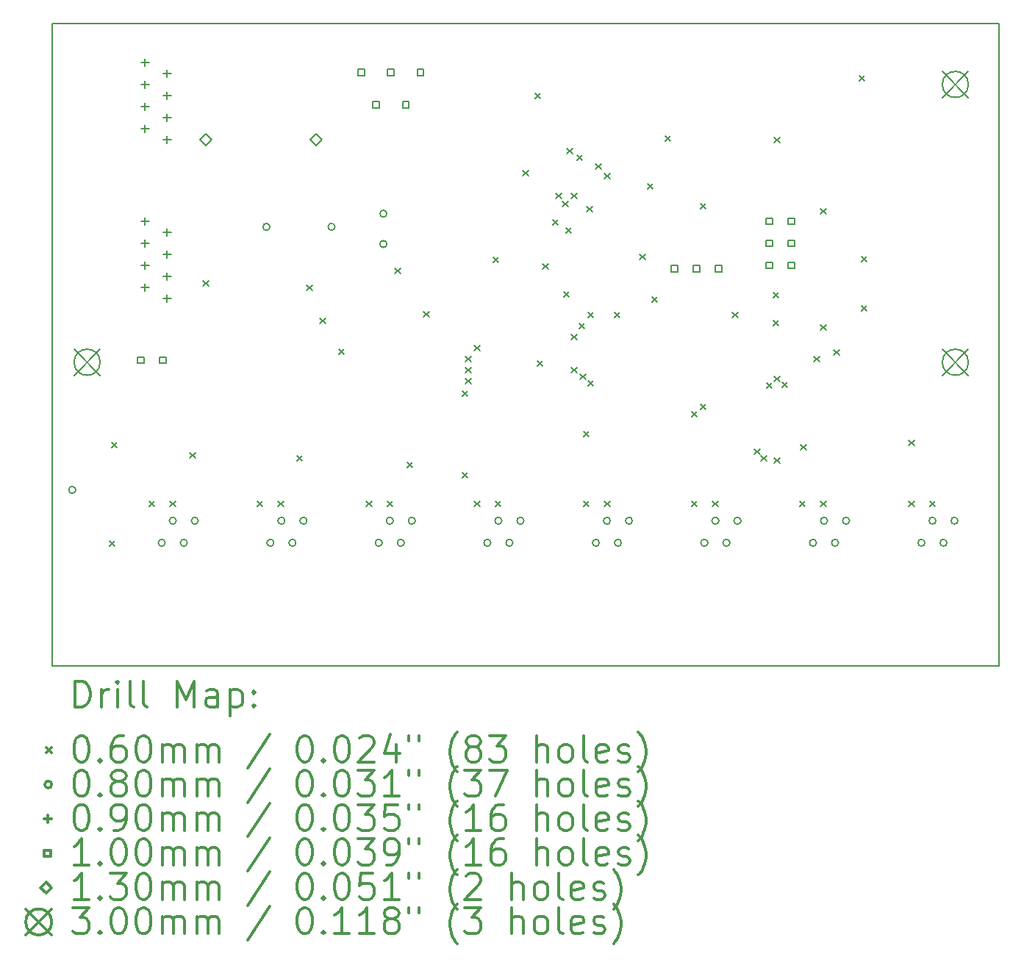
<source format=gbr>
%FSLAX45Y45*%
G04 Gerber Fmt 4.5, Leading zero omitted, Abs format (unit mm)*
G04 Created by KiCad (PCBNEW 4.0.7) date Sat Feb 10 21:48:16 2018*
%MOMM*%
%LPD*%
G01*
G04 APERTURE LIST*
%ADD10C,0.127000*%
%ADD11C,0.150000*%
%ADD12C,0.200000*%
%ADD13C,0.300000*%
G04 APERTURE END LIST*
D10*
D11*
X13400000Y-14000000D02*
X13400000Y-6600000D01*
X2500000Y-6600000D02*
X2500000Y-14000000D01*
X2500000Y-6600000D02*
X13400000Y-6600000D01*
X13300000Y-14000000D02*
X13400000Y-14000000D01*
X2500000Y-14000000D02*
X13300000Y-14000000D01*
D12*
X3157700Y-12555700D02*
X3217700Y-12615700D01*
X3217700Y-12555700D02*
X3157700Y-12615700D01*
X3183100Y-11425400D02*
X3243100Y-11485400D01*
X3243100Y-11425400D02*
X3183100Y-11485400D01*
X3614900Y-12098500D02*
X3674900Y-12158500D01*
X3674900Y-12098500D02*
X3614900Y-12158500D01*
X3856200Y-12098500D02*
X3916200Y-12158500D01*
X3916200Y-12098500D02*
X3856200Y-12158500D01*
X4084800Y-11539700D02*
X4144800Y-11599700D01*
X4144800Y-11539700D02*
X4084800Y-11599700D01*
X4237200Y-9558500D02*
X4297200Y-9618500D01*
X4297200Y-9558500D02*
X4237200Y-9618500D01*
X4859500Y-12098500D02*
X4919500Y-12158500D01*
X4919500Y-12098500D02*
X4859500Y-12158500D01*
X5100800Y-12098500D02*
X5160800Y-12158500D01*
X5160800Y-12098500D02*
X5100800Y-12158500D01*
X5316700Y-11577800D02*
X5376700Y-11637800D01*
X5376700Y-11577800D02*
X5316700Y-11637800D01*
X5431000Y-9609300D02*
X5491000Y-9669300D01*
X5491000Y-9609300D02*
X5431000Y-9669300D01*
X5583400Y-9990300D02*
X5643400Y-10050300D01*
X5643400Y-9990300D02*
X5583400Y-10050300D01*
X5799300Y-10345900D02*
X5859300Y-10405900D01*
X5859300Y-10345900D02*
X5799300Y-10405900D01*
X6116800Y-12098500D02*
X6176800Y-12158500D01*
X6176800Y-12098500D02*
X6116800Y-12158500D01*
X6358100Y-12098500D02*
X6418100Y-12158500D01*
X6418100Y-12098500D02*
X6358100Y-12158500D01*
X6447000Y-9418800D02*
X6507000Y-9478800D01*
X6507000Y-9418800D02*
X6447000Y-9478800D01*
X6586700Y-11654000D02*
X6646700Y-11714000D01*
X6646700Y-11654000D02*
X6586700Y-11714000D01*
X6777200Y-9914100D02*
X6837200Y-9974100D01*
X6837200Y-9914100D02*
X6777200Y-9974100D01*
X7221700Y-10828500D02*
X7281700Y-10888500D01*
X7281700Y-10828500D02*
X7221700Y-10888500D01*
X7221700Y-11768300D02*
X7281700Y-11828300D01*
X7281700Y-11768300D02*
X7221700Y-11828300D01*
X7259800Y-10434800D02*
X7319800Y-10494800D01*
X7319800Y-10434800D02*
X7259800Y-10494800D01*
X7259800Y-10561800D02*
X7319800Y-10621800D01*
X7319800Y-10561800D02*
X7259800Y-10621800D01*
X7259800Y-10688800D02*
X7319800Y-10748800D01*
X7319800Y-10688800D02*
X7259800Y-10748800D01*
X7361400Y-10307800D02*
X7421400Y-10367800D01*
X7421400Y-10307800D02*
X7361400Y-10367800D01*
X7361400Y-12098500D02*
X7421400Y-12158500D01*
X7421400Y-12098500D02*
X7361400Y-12158500D01*
X7577300Y-9291800D02*
X7637300Y-9351800D01*
X7637300Y-9291800D02*
X7577300Y-9351800D01*
X7602700Y-12098500D02*
X7662700Y-12158500D01*
X7662700Y-12098500D02*
X7602700Y-12158500D01*
X7920200Y-8288500D02*
X7980200Y-8348500D01*
X7980200Y-8288500D02*
X7920200Y-8348500D01*
X8059900Y-7399500D02*
X8119900Y-7459500D01*
X8119900Y-7399500D02*
X8059900Y-7459500D01*
X8085300Y-10485600D02*
X8145300Y-10545600D01*
X8145300Y-10485600D02*
X8085300Y-10545600D01*
X8148800Y-9368000D02*
X8208800Y-9428000D01*
X8208800Y-9368000D02*
X8148800Y-9428000D01*
X8263100Y-8860000D02*
X8323100Y-8920000D01*
X8323100Y-8860000D02*
X8263100Y-8920000D01*
X8301200Y-8555200D02*
X8361200Y-8615200D01*
X8361200Y-8555200D02*
X8301200Y-8615200D01*
X8377400Y-8644100D02*
X8437400Y-8704100D01*
X8437400Y-8644100D02*
X8377400Y-8704100D01*
X8390100Y-9685500D02*
X8450100Y-9745500D01*
X8450100Y-9685500D02*
X8390100Y-9745500D01*
X8415500Y-8948900D02*
X8475500Y-9008900D01*
X8475500Y-8948900D02*
X8415500Y-9008900D01*
X8428200Y-8034500D02*
X8488200Y-8094500D01*
X8488200Y-8034500D02*
X8428200Y-8094500D01*
X8479000Y-8555200D02*
X8539000Y-8615200D01*
X8539000Y-8555200D02*
X8479000Y-8615200D01*
X8479000Y-10180800D02*
X8539000Y-10240800D01*
X8539000Y-10180800D02*
X8479000Y-10240800D01*
X8479000Y-10561800D02*
X8539000Y-10621800D01*
X8539000Y-10561800D02*
X8479000Y-10621800D01*
X8542500Y-8110700D02*
X8602500Y-8170700D01*
X8602500Y-8110700D02*
X8542500Y-8170700D01*
X8567900Y-10053800D02*
X8627900Y-10113800D01*
X8627900Y-10053800D02*
X8567900Y-10113800D01*
X8580600Y-10638000D02*
X8640600Y-10698000D01*
X8640600Y-10638000D02*
X8580600Y-10698000D01*
X8618700Y-11298400D02*
X8678700Y-11358400D01*
X8678700Y-11298400D02*
X8618700Y-11358400D01*
X8618700Y-12098500D02*
X8678700Y-12158500D01*
X8678700Y-12098500D02*
X8618700Y-12158500D01*
X8656800Y-8707600D02*
X8716800Y-8767600D01*
X8716800Y-8707600D02*
X8656800Y-8767600D01*
X8669500Y-9926800D02*
X8729500Y-9986800D01*
X8729500Y-9926800D02*
X8669500Y-9986800D01*
X8669500Y-10714200D02*
X8729500Y-10774200D01*
X8729500Y-10714200D02*
X8669500Y-10774200D01*
X8758400Y-8212300D02*
X8818400Y-8272300D01*
X8818400Y-8212300D02*
X8758400Y-8272300D01*
X8860000Y-8326600D02*
X8920000Y-8386600D01*
X8920000Y-8326600D02*
X8860000Y-8386600D01*
X8860000Y-12098500D02*
X8920000Y-12158500D01*
X8920000Y-12098500D02*
X8860000Y-12158500D01*
X8974300Y-9926800D02*
X9034300Y-9986800D01*
X9034300Y-9926800D02*
X8974300Y-9986800D01*
X9266400Y-9259050D02*
X9326400Y-9319050D01*
X9326400Y-9259050D02*
X9266400Y-9319050D01*
X9355300Y-8440900D02*
X9415300Y-8500900D01*
X9415300Y-8440900D02*
X9355300Y-8500900D01*
X9406100Y-9749000D02*
X9466100Y-9809000D01*
X9466100Y-9749000D02*
X9406100Y-9809000D01*
X9558500Y-7894800D02*
X9618500Y-7954800D01*
X9618500Y-7894800D02*
X9558500Y-7954800D01*
X9863300Y-11069800D02*
X9923300Y-11129800D01*
X9923300Y-11069800D02*
X9863300Y-11129800D01*
X9863300Y-12098500D02*
X9923300Y-12158500D01*
X9923300Y-12098500D02*
X9863300Y-12158500D01*
X9964900Y-8669500D02*
X10024900Y-8729500D01*
X10024900Y-8669500D02*
X9964900Y-8729500D01*
X9964900Y-10980900D02*
X10024900Y-11040900D01*
X10024900Y-10980900D02*
X9964900Y-11040900D01*
X10104600Y-12098500D02*
X10164600Y-12158500D01*
X10164600Y-12098500D02*
X10104600Y-12158500D01*
X10333200Y-9926800D02*
X10393200Y-9986800D01*
X10393200Y-9926800D02*
X10333200Y-9986800D01*
X10587200Y-11501600D02*
X10647200Y-11561600D01*
X10647200Y-11501600D02*
X10587200Y-11561600D01*
X10663400Y-11577800D02*
X10723400Y-11637800D01*
X10723400Y-11577800D02*
X10663400Y-11637800D01*
X10726900Y-10739600D02*
X10786900Y-10799600D01*
X10786900Y-10739600D02*
X10726900Y-10799600D01*
X10803100Y-9698200D02*
X10863100Y-9758200D01*
X10863100Y-9698200D02*
X10803100Y-9758200D01*
X10803100Y-10015700D02*
X10863100Y-10075700D01*
X10863100Y-10015700D02*
X10803100Y-10075700D01*
X10815800Y-7907500D02*
X10875800Y-7967500D01*
X10875800Y-7907500D02*
X10815800Y-7967500D01*
X10815800Y-10663400D02*
X10875800Y-10723400D01*
X10875800Y-10663400D02*
X10815800Y-10723400D01*
X10815800Y-11603200D02*
X10875800Y-11663200D01*
X10875800Y-11603200D02*
X10815800Y-11663200D01*
X10904700Y-10726900D02*
X10964700Y-10786900D01*
X10964700Y-10726900D02*
X10904700Y-10786900D01*
X11107900Y-12098500D02*
X11167900Y-12158500D01*
X11167900Y-12098500D02*
X11107900Y-12158500D01*
X11120600Y-11450800D02*
X11180600Y-11510800D01*
X11180600Y-11450800D02*
X11120600Y-11510800D01*
X11273000Y-10434800D02*
X11333000Y-10494800D01*
X11333000Y-10434800D02*
X11273000Y-10494800D01*
X11349200Y-8733000D02*
X11409200Y-8793000D01*
X11409200Y-8733000D02*
X11349200Y-8793000D01*
X11349200Y-10066500D02*
X11409200Y-10126500D01*
X11409200Y-10066500D02*
X11349200Y-10126500D01*
X11349200Y-12098500D02*
X11409200Y-12158500D01*
X11409200Y-12098500D02*
X11349200Y-12158500D01*
X11501600Y-10358600D02*
X11561600Y-10418600D01*
X11561600Y-10358600D02*
X11501600Y-10418600D01*
X11793700Y-7196300D02*
X11853700Y-7256300D01*
X11853700Y-7196300D02*
X11793700Y-7256300D01*
X11819100Y-9279100D02*
X11879100Y-9339100D01*
X11879100Y-9279100D02*
X11819100Y-9339100D01*
X11819100Y-9850600D02*
X11879100Y-9910600D01*
X11879100Y-9850600D02*
X11819100Y-9910600D01*
X12365200Y-11400000D02*
X12425200Y-11460000D01*
X12425200Y-11400000D02*
X12365200Y-11460000D01*
X12365200Y-12098500D02*
X12425200Y-12158500D01*
X12425200Y-12098500D02*
X12365200Y-12158500D01*
X12606500Y-12098500D02*
X12666500Y-12158500D01*
X12666500Y-12098500D02*
X12606500Y-12158500D01*
X2769100Y-11970900D02*
G75*
G03X2769100Y-11970900I-40000J0D01*
G01*
X3799500Y-12580000D02*
G75*
G03X3799500Y-12580000I-40000J0D01*
G01*
X3926500Y-12326000D02*
G75*
G03X3926500Y-12326000I-40000J0D01*
G01*
X4053500Y-12580000D02*
G75*
G03X4053500Y-12580000I-40000J0D01*
G01*
X4180500Y-12326000D02*
G75*
G03X4180500Y-12326000I-40000J0D01*
G01*
X5005000Y-8940800D02*
G75*
G03X5005000Y-8940800I-40000J0D01*
G01*
X5049500Y-12580000D02*
G75*
G03X5049500Y-12580000I-40000J0D01*
G01*
X5176500Y-12326000D02*
G75*
G03X5176500Y-12326000I-40000J0D01*
G01*
X5303500Y-12580000D02*
G75*
G03X5303500Y-12580000I-40000J0D01*
G01*
X5430500Y-12326000D02*
G75*
G03X5430500Y-12326000I-40000J0D01*
G01*
X5755000Y-8940800D02*
G75*
G03X5755000Y-8940800I-40000J0D01*
G01*
X6299500Y-12580000D02*
G75*
G03X6299500Y-12580000I-40000J0D01*
G01*
X6351900Y-8788400D02*
G75*
G03X6351900Y-8788400I-40000J0D01*
G01*
X6351900Y-9138400D02*
G75*
G03X6351900Y-9138400I-40000J0D01*
G01*
X6426500Y-12326000D02*
G75*
G03X6426500Y-12326000I-40000J0D01*
G01*
X6553500Y-12580000D02*
G75*
G03X6553500Y-12580000I-40000J0D01*
G01*
X6680500Y-12326000D02*
G75*
G03X6680500Y-12326000I-40000J0D01*
G01*
X7549500Y-12580000D02*
G75*
G03X7549500Y-12580000I-40000J0D01*
G01*
X7676500Y-12326000D02*
G75*
G03X7676500Y-12326000I-40000J0D01*
G01*
X7803500Y-12580000D02*
G75*
G03X7803500Y-12580000I-40000J0D01*
G01*
X7930500Y-12326000D02*
G75*
G03X7930500Y-12326000I-40000J0D01*
G01*
X8799500Y-12580000D02*
G75*
G03X8799500Y-12580000I-40000J0D01*
G01*
X8926500Y-12326000D02*
G75*
G03X8926500Y-12326000I-40000J0D01*
G01*
X9053500Y-12580000D02*
G75*
G03X9053500Y-12580000I-40000J0D01*
G01*
X9180500Y-12326000D02*
G75*
G03X9180500Y-12326000I-40000J0D01*
G01*
X10049500Y-12580000D02*
G75*
G03X10049500Y-12580000I-40000J0D01*
G01*
X10176500Y-12326000D02*
G75*
G03X10176500Y-12326000I-40000J0D01*
G01*
X10303500Y-12580000D02*
G75*
G03X10303500Y-12580000I-40000J0D01*
G01*
X10430500Y-12326000D02*
G75*
G03X10430500Y-12326000I-40000J0D01*
G01*
X11299500Y-12580000D02*
G75*
G03X11299500Y-12580000I-40000J0D01*
G01*
X11426500Y-12326000D02*
G75*
G03X11426500Y-12326000I-40000J0D01*
G01*
X11553500Y-12580000D02*
G75*
G03X11553500Y-12580000I-40000J0D01*
G01*
X11680500Y-12326000D02*
G75*
G03X11680500Y-12326000I-40000J0D01*
G01*
X12549500Y-12580000D02*
G75*
G03X12549500Y-12580000I-40000J0D01*
G01*
X12676500Y-12326000D02*
G75*
G03X12676500Y-12326000I-40000J0D01*
G01*
X12803500Y-12580000D02*
G75*
G03X12803500Y-12580000I-40000J0D01*
G01*
X12930500Y-12326000D02*
G75*
G03X12930500Y-12326000I-40000J0D01*
G01*
X3568700Y-7003500D02*
X3568700Y-7093500D01*
X3523700Y-7048500D02*
X3613700Y-7048500D01*
X3568700Y-7257500D02*
X3568700Y-7347500D01*
X3523700Y-7302500D02*
X3613700Y-7302500D01*
X3568700Y-7511500D02*
X3568700Y-7601500D01*
X3523700Y-7556500D02*
X3613700Y-7556500D01*
X3568700Y-7765500D02*
X3568700Y-7855500D01*
X3523700Y-7810500D02*
X3613700Y-7810500D01*
X3568700Y-8832300D02*
X3568700Y-8922300D01*
X3523700Y-8877300D02*
X3613700Y-8877300D01*
X3568700Y-9086300D02*
X3568700Y-9176300D01*
X3523700Y-9131300D02*
X3613700Y-9131300D01*
X3568700Y-9340300D02*
X3568700Y-9430300D01*
X3523700Y-9385300D02*
X3613700Y-9385300D01*
X3568700Y-9594300D02*
X3568700Y-9684300D01*
X3523700Y-9639300D02*
X3613700Y-9639300D01*
X3822700Y-7130500D02*
X3822700Y-7220500D01*
X3777700Y-7175500D02*
X3867700Y-7175500D01*
X3822700Y-7384500D02*
X3822700Y-7474500D01*
X3777700Y-7429500D02*
X3867700Y-7429500D01*
X3822700Y-7638500D02*
X3822700Y-7728500D01*
X3777700Y-7683500D02*
X3867700Y-7683500D01*
X3822700Y-7892500D02*
X3822700Y-7982500D01*
X3777700Y-7937500D02*
X3867700Y-7937500D01*
X3822700Y-8959300D02*
X3822700Y-9049300D01*
X3777700Y-9004300D02*
X3867700Y-9004300D01*
X3822700Y-9213300D02*
X3822700Y-9303300D01*
X3777700Y-9258300D02*
X3867700Y-9258300D01*
X3822700Y-9467300D02*
X3822700Y-9557300D01*
X3777700Y-9512300D02*
X3867700Y-9512300D01*
X3822700Y-9721300D02*
X3822700Y-9811300D01*
X3777700Y-9766300D02*
X3867700Y-9766300D01*
X3553256Y-10512856D02*
X3553256Y-10442144D01*
X3482544Y-10442144D01*
X3482544Y-10512856D01*
X3553256Y-10512856D01*
X3807256Y-10512856D02*
X3807256Y-10442144D01*
X3736544Y-10442144D01*
X3736544Y-10512856D01*
X3807256Y-10512856D01*
X6093256Y-7198156D02*
X6093256Y-7127444D01*
X6022544Y-7127444D01*
X6022544Y-7198156D01*
X6093256Y-7198156D01*
X6263256Y-7568156D02*
X6263256Y-7497444D01*
X6192544Y-7497444D01*
X6192544Y-7568156D01*
X6263256Y-7568156D01*
X6433256Y-7198156D02*
X6433256Y-7127444D01*
X6362544Y-7127444D01*
X6362544Y-7198156D01*
X6433256Y-7198156D01*
X6603256Y-7568156D02*
X6603256Y-7497444D01*
X6532544Y-7497444D01*
X6532544Y-7568156D01*
X6603256Y-7568156D01*
X6773256Y-7198156D02*
X6773256Y-7127444D01*
X6702544Y-7127444D01*
X6702544Y-7198156D01*
X6773256Y-7198156D01*
X9700056Y-9458756D02*
X9700056Y-9388044D01*
X9629344Y-9388044D01*
X9629344Y-9458756D01*
X9700056Y-9458756D01*
X9954056Y-9458756D02*
X9954056Y-9388044D01*
X9883344Y-9388044D01*
X9883344Y-9458756D01*
X9954056Y-9458756D01*
X10208056Y-9458756D02*
X10208056Y-9388044D01*
X10137344Y-9388044D01*
X10137344Y-9458756D01*
X10208056Y-9458756D01*
X10792256Y-8912656D02*
X10792256Y-8841944D01*
X10721544Y-8841944D01*
X10721544Y-8912656D01*
X10792256Y-8912656D01*
X10792256Y-9166656D02*
X10792256Y-9095944D01*
X10721544Y-9095944D01*
X10721544Y-9166656D01*
X10792256Y-9166656D01*
X10792256Y-9420656D02*
X10792256Y-9349944D01*
X10721544Y-9349944D01*
X10721544Y-9420656D01*
X10792256Y-9420656D01*
X11046256Y-8912656D02*
X11046256Y-8841944D01*
X10975544Y-8841944D01*
X10975544Y-8912656D01*
X11046256Y-8912656D01*
X11046256Y-9166656D02*
X11046256Y-9095944D01*
X10975544Y-9095944D01*
X10975544Y-9166656D01*
X11046256Y-9166656D01*
X11046256Y-9420656D02*
X11046256Y-9349944D01*
X10975544Y-9349944D01*
X10975544Y-9420656D01*
X11046256Y-9420656D01*
X4267200Y-8002500D02*
X4332200Y-7937500D01*
X4267200Y-7872500D01*
X4202200Y-7937500D01*
X4267200Y-8002500D01*
X5537200Y-8002500D02*
X5602200Y-7937500D01*
X5537200Y-7872500D01*
X5472200Y-7937500D01*
X5537200Y-8002500D01*
X2750000Y-10350000D02*
X3050000Y-10650000D01*
X3050000Y-10350000D02*
X2750000Y-10650000D01*
X3050000Y-10500000D02*
G75*
G03X3050000Y-10500000I-150000J0D01*
G01*
X12750000Y-7150000D02*
X13050000Y-7450000D01*
X13050000Y-7150000D02*
X12750000Y-7450000D01*
X13050000Y-7300000D02*
G75*
G03X13050000Y-7300000I-150000J0D01*
G01*
X12750000Y-10350000D02*
X13050000Y-10650000D01*
X13050000Y-10350000D02*
X12750000Y-10650000D01*
X13050000Y-10500000D02*
G75*
G03X13050000Y-10500000I-150000J0D01*
G01*
D13*
X2763929Y-14473214D02*
X2763929Y-14173214D01*
X2835357Y-14173214D01*
X2878214Y-14187500D01*
X2906786Y-14216071D01*
X2921071Y-14244643D01*
X2935357Y-14301786D01*
X2935357Y-14344643D01*
X2921071Y-14401786D01*
X2906786Y-14430357D01*
X2878214Y-14458929D01*
X2835357Y-14473214D01*
X2763929Y-14473214D01*
X3063928Y-14473214D02*
X3063928Y-14273214D01*
X3063928Y-14330357D02*
X3078214Y-14301786D01*
X3092500Y-14287500D01*
X3121071Y-14273214D01*
X3149643Y-14273214D01*
X3249643Y-14473214D02*
X3249643Y-14273214D01*
X3249643Y-14173214D02*
X3235357Y-14187500D01*
X3249643Y-14201786D01*
X3263928Y-14187500D01*
X3249643Y-14173214D01*
X3249643Y-14201786D01*
X3435357Y-14473214D02*
X3406786Y-14458929D01*
X3392500Y-14430357D01*
X3392500Y-14173214D01*
X3592500Y-14473214D02*
X3563928Y-14458929D01*
X3549643Y-14430357D01*
X3549643Y-14173214D01*
X3935357Y-14473214D02*
X3935357Y-14173214D01*
X4035357Y-14387500D01*
X4135357Y-14173214D01*
X4135357Y-14473214D01*
X4406786Y-14473214D02*
X4406786Y-14316071D01*
X4392500Y-14287500D01*
X4363929Y-14273214D01*
X4306786Y-14273214D01*
X4278214Y-14287500D01*
X4406786Y-14458929D02*
X4378214Y-14473214D01*
X4306786Y-14473214D01*
X4278214Y-14458929D01*
X4263929Y-14430357D01*
X4263929Y-14401786D01*
X4278214Y-14373214D01*
X4306786Y-14358929D01*
X4378214Y-14358929D01*
X4406786Y-14344643D01*
X4549643Y-14273214D02*
X4549643Y-14573214D01*
X4549643Y-14287500D02*
X4578214Y-14273214D01*
X4635357Y-14273214D01*
X4663929Y-14287500D01*
X4678214Y-14301786D01*
X4692500Y-14330357D01*
X4692500Y-14416071D01*
X4678214Y-14444643D01*
X4663929Y-14458929D01*
X4635357Y-14473214D01*
X4578214Y-14473214D01*
X4549643Y-14458929D01*
X4821071Y-14444643D02*
X4835357Y-14458929D01*
X4821071Y-14473214D01*
X4806786Y-14458929D01*
X4821071Y-14444643D01*
X4821071Y-14473214D01*
X4821071Y-14287500D02*
X4835357Y-14301786D01*
X4821071Y-14316071D01*
X4806786Y-14301786D01*
X4821071Y-14287500D01*
X4821071Y-14316071D01*
X2432500Y-14937500D02*
X2492500Y-14997500D01*
X2492500Y-14937500D02*
X2432500Y-14997500D01*
X2821071Y-14803214D02*
X2849643Y-14803214D01*
X2878214Y-14817500D01*
X2892500Y-14831786D01*
X2906786Y-14860357D01*
X2921071Y-14917500D01*
X2921071Y-14988929D01*
X2906786Y-15046071D01*
X2892500Y-15074643D01*
X2878214Y-15088929D01*
X2849643Y-15103214D01*
X2821071Y-15103214D01*
X2792500Y-15088929D01*
X2778214Y-15074643D01*
X2763929Y-15046071D01*
X2749643Y-14988929D01*
X2749643Y-14917500D01*
X2763929Y-14860357D01*
X2778214Y-14831786D01*
X2792500Y-14817500D01*
X2821071Y-14803214D01*
X3049643Y-15074643D02*
X3063928Y-15088929D01*
X3049643Y-15103214D01*
X3035357Y-15088929D01*
X3049643Y-15074643D01*
X3049643Y-15103214D01*
X3321071Y-14803214D02*
X3263928Y-14803214D01*
X3235357Y-14817500D01*
X3221071Y-14831786D01*
X3192500Y-14874643D01*
X3178214Y-14931786D01*
X3178214Y-15046071D01*
X3192500Y-15074643D01*
X3206786Y-15088929D01*
X3235357Y-15103214D01*
X3292500Y-15103214D01*
X3321071Y-15088929D01*
X3335357Y-15074643D01*
X3349643Y-15046071D01*
X3349643Y-14974643D01*
X3335357Y-14946071D01*
X3321071Y-14931786D01*
X3292500Y-14917500D01*
X3235357Y-14917500D01*
X3206786Y-14931786D01*
X3192500Y-14946071D01*
X3178214Y-14974643D01*
X3535357Y-14803214D02*
X3563928Y-14803214D01*
X3592500Y-14817500D01*
X3606786Y-14831786D01*
X3621071Y-14860357D01*
X3635357Y-14917500D01*
X3635357Y-14988929D01*
X3621071Y-15046071D01*
X3606786Y-15074643D01*
X3592500Y-15088929D01*
X3563928Y-15103214D01*
X3535357Y-15103214D01*
X3506786Y-15088929D01*
X3492500Y-15074643D01*
X3478214Y-15046071D01*
X3463928Y-14988929D01*
X3463928Y-14917500D01*
X3478214Y-14860357D01*
X3492500Y-14831786D01*
X3506786Y-14817500D01*
X3535357Y-14803214D01*
X3763928Y-15103214D02*
X3763928Y-14903214D01*
X3763928Y-14931786D02*
X3778214Y-14917500D01*
X3806786Y-14903214D01*
X3849643Y-14903214D01*
X3878214Y-14917500D01*
X3892500Y-14946071D01*
X3892500Y-15103214D01*
X3892500Y-14946071D02*
X3906786Y-14917500D01*
X3935357Y-14903214D01*
X3978214Y-14903214D01*
X4006786Y-14917500D01*
X4021071Y-14946071D01*
X4021071Y-15103214D01*
X4163928Y-15103214D02*
X4163928Y-14903214D01*
X4163928Y-14931786D02*
X4178214Y-14917500D01*
X4206786Y-14903214D01*
X4249643Y-14903214D01*
X4278214Y-14917500D01*
X4292500Y-14946071D01*
X4292500Y-15103214D01*
X4292500Y-14946071D02*
X4306786Y-14917500D01*
X4335357Y-14903214D01*
X4378214Y-14903214D01*
X4406786Y-14917500D01*
X4421071Y-14946071D01*
X4421071Y-15103214D01*
X5006786Y-14788929D02*
X4749643Y-15174643D01*
X5392500Y-14803214D02*
X5421071Y-14803214D01*
X5449643Y-14817500D01*
X5463928Y-14831786D01*
X5478214Y-14860357D01*
X5492500Y-14917500D01*
X5492500Y-14988929D01*
X5478214Y-15046071D01*
X5463928Y-15074643D01*
X5449643Y-15088929D01*
X5421071Y-15103214D01*
X5392500Y-15103214D01*
X5363928Y-15088929D01*
X5349643Y-15074643D01*
X5335357Y-15046071D01*
X5321071Y-14988929D01*
X5321071Y-14917500D01*
X5335357Y-14860357D01*
X5349643Y-14831786D01*
X5363928Y-14817500D01*
X5392500Y-14803214D01*
X5621071Y-15074643D02*
X5635357Y-15088929D01*
X5621071Y-15103214D01*
X5606786Y-15088929D01*
X5621071Y-15074643D01*
X5621071Y-15103214D01*
X5821071Y-14803214D02*
X5849643Y-14803214D01*
X5878214Y-14817500D01*
X5892500Y-14831786D01*
X5906785Y-14860357D01*
X5921071Y-14917500D01*
X5921071Y-14988929D01*
X5906785Y-15046071D01*
X5892500Y-15074643D01*
X5878214Y-15088929D01*
X5849643Y-15103214D01*
X5821071Y-15103214D01*
X5792500Y-15088929D01*
X5778214Y-15074643D01*
X5763928Y-15046071D01*
X5749643Y-14988929D01*
X5749643Y-14917500D01*
X5763928Y-14860357D01*
X5778214Y-14831786D01*
X5792500Y-14817500D01*
X5821071Y-14803214D01*
X6035357Y-14831786D02*
X6049643Y-14817500D01*
X6078214Y-14803214D01*
X6149643Y-14803214D01*
X6178214Y-14817500D01*
X6192500Y-14831786D01*
X6206785Y-14860357D01*
X6206785Y-14888929D01*
X6192500Y-14931786D01*
X6021071Y-15103214D01*
X6206785Y-15103214D01*
X6463928Y-14903214D02*
X6463928Y-15103214D01*
X6392500Y-14788929D02*
X6321071Y-15003214D01*
X6506785Y-15003214D01*
X6606786Y-14803214D02*
X6606786Y-14860357D01*
X6721071Y-14803214D02*
X6721071Y-14860357D01*
X7163928Y-15217500D02*
X7149643Y-15203214D01*
X7121071Y-15160357D01*
X7106785Y-15131786D01*
X7092500Y-15088929D01*
X7078214Y-15017500D01*
X7078214Y-14960357D01*
X7092500Y-14888929D01*
X7106785Y-14846071D01*
X7121071Y-14817500D01*
X7149643Y-14774643D01*
X7163928Y-14760357D01*
X7321071Y-14931786D02*
X7292500Y-14917500D01*
X7278214Y-14903214D01*
X7263928Y-14874643D01*
X7263928Y-14860357D01*
X7278214Y-14831786D01*
X7292500Y-14817500D01*
X7321071Y-14803214D01*
X7378214Y-14803214D01*
X7406785Y-14817500D01*
X7421071Y-14831786D01*
X7435357Y-14860357D01*
X7435357Y-14874643D01*
X7421071Y-14903214D01*
X7406785Y-14917500D01*
X7378214Y-14931786D01*
X7321071Y-14931786D01*
X7292500Y-14946071D01*
X7278214Y-14960357D01*
X7263928Y-14988929D01*
X7263928Y-15046071D01*
X7278214Y-15074643D01*
X7292500Y-15088929D01*
X7321071Y-15103214D01*
X7378214Y-15103214D01*
X7406785Y-15088929D01*
X7421071Y-15074643D01*
X7435357Y-15046071D01*
X7435357Y-14988929D01*
X7421071Y-14960357D01*
X7406785Y-14946071D01*
X7378214Y-14931786D01*
X7535357Y-14803214D02*
X7721071Y-14803214D01*
X7621071Y-14917500D01*
X7663928Y-14917500D01*
X7692500Y-14931786D01*
X7706785Y-14946071D01*
X7721071Y-14974643D01*
X7721071Y-15046071D01*
X7706785Y-15074643D01*
X7692500Y-15088929D01*
X7663928Y-15103214D01*
X7578214Y-15103214D01*
X7549643Y-15088929D01*
X7535357Y-15074643D01*
X8078214Y-15103214D02*
X8078214Y-14803214D01*
X8206785Y-15103214D02*
X8206785Y-14946071D01*
X8192500Y-14917500D01*
X8163928Y-14903214D01*
X8121071Y-14903214D01*
X8092500Y-14917500D01*
X8078214Y-14931786D01*
X8392500Y-15103214D02*
X8363928Y-15088929D01*
X8349643Y-15074643D01*
X8335357Y-15046071D01*
X8335357Y-14960357D01*
X8349643Y-14931786D01*
X8363928Y-14917500D01*
X8392500Y-14903214D01*
X8435357Y-14903214D01*
X8463928Y-14917500D01*
X8478214Y-14931786D01*
X8492500Y-14960357D01*
X8492500Y-15046071D01*
X8478214Y-15074643D01*
X8463928Y-15088929D01*
X8435357Y-15103214D01*
X8392500Y-15103214D01*
X8663928Y-15103214D02*
X8635357Y-15088929D01*
X8621071Y-15060357D01*
X8621071Y-14803214D01*
X8892500Y-15088929D02*
X8863929Y-15103214D01*
X8806786Y-15103214D01*
X8778214Y-15088929D01*
X8763929Y-15060357D01*
X8763929Y-14946071D01*
X8778214Y-14917500D01*
X8806786Y-14903214D01*
X8863929Y-14903214D01*
X8892500Y-14917500D01*
X8906786Y-14946071D01*
X8906786Y-14974643D01*
X8763929Y-15003214D01*
X9021071Y-15088929D02*
X9049643Y-15103214D01*
X9106786Y-15103214D01*
X9135357Y-15088929D01*
X9149643Y-15060357D01*
X9149643Y-15046071D01*
X9135357Y-15017500D01*
X9106786Y-15003214D01*
X9063929Y-15003214D01*
X9035357Y-14988929D01*
X9021071Y-14960357D01*
X9021071Y-14946071D01*
X9035357Y-14917500D01*
X9063929Y-14903214D01*
X9106786Y-14903214D01*
X9135357Y-14917500D01*
X9249643Y-15217500D02*
X9263929Y-15203214D01*
X9292500Y-15160357D01*
X9306786Y-15131786D01*
X9321071Y-15088929D01*
X9335357Y-15017500D01*
X9335357Y-14960357D01*
X9321071Y-14888929D01*
X9306786Y-14846071D01*
X9292500Y-14817500D01*
X9263929Y-14774643D01*
X9249643Y-14760357D01*
X2492500Y-15363500D02*
G75*
G03X2492500Y-15363500I-40000J0D01*
G01*
X2821071Y-15199214D02*
X2849643Y-15199214D01*
X2878214Y-15213500D01*
X2892500Y-15227786D01*
X2906786Y-15256357D01*
X2921071Y-15313500D01*
X2921071Y-15384929D01*
X2906786Y-15442071D01*
X2892500Y-15470643D01*
X2878214Y-15484929D01*
X2849643Y-15499214D01*
X2821071Y-15499214D01*
X2792500Y-15484929D01*
X2778214Y-15470643D01*
X2763929Y-15442071D01*
X2749643Y-15384929D01*
X2749643Y-15313500D01*
X2763929Y-15256357D01*
X2778214Y-15227786D01*
X2792500Y-15213500D01*
X2821071Y-15199214D01*
X3049643Y-15470643D02*
X3063928Y-15484929D01*
X3049643Y-15499214D01*
X3035357Y-15484929D01*
X3049643Y-15470643D01*
X3049643Y-15499214D01*
X3235357Y-15327786D02*
X3206786Y-15313500D01*
X3192500Y-15299214D01*
X3178214Y-15270643D01*
X3178214Y-15256357D01*
X3192500Y-15227786D01*
X3206786Y-15213500D01*
X3235357Y-15199214D01*
X3292500Y-15199214D01*
X3321071Y-15213500D01*
X3335357Y-15227786D01*
X3349643Y-15256357D01*
X3349643Y-15270643D01*
X3335357Y-15299214D01*
X3321071Y-15313500D01*
X3292500Y-15327786D01*
X3235357Y-15327786D01*
X3206786Y-15342071D01*
X3192500Y-15356357D01*
X3178214Y-15384929D01*
X3178214Y-15442071D01*
X3192500Y-15470643D01*
X3206786Y-15484929D01*
X3235357Y-15499214D01*
X3292500Y-15499214D01*
X3321071Y-15484929D01*
X3335357Y-15470643D01*
X3349643Y-15442071D01*
X3349643Y-15384929D01*
X3335357Y-15356357D01*
X3321071Y-15342071D01*
X3292500Y-15327786D01*
X3535357Y-15199214D02*
X3563928Y-15199214D01*
X3592500Y-15213500D01*
X3606786Y-15227786D01*
X3621071Y-15256357D01*
X3635357Y-15313500D01*
X3635357Y-15384929D01*
X3621071Y-15442071D01*
X3606786Y-15470643D01*
X3592500Y-15484929D01*
X3563928Y-15499214D01*
X3535357Y-15499214D01*
X3506786Y-15484929D01*
X3492500Y-15470643D01*
X3478214Y-15442071D01*
X3463928Y-15384929D01*
X3463928Y-15313500D01*
X3478214Y-15256357D01*
X3492500Y-15227786D01*
X3506786Y-15213500D01*
X3535357Y-15199214D01*
X3763928Y-15499214D02*
X3763928Y-15299214D01*
X3763928Y-15327786D02*
X3778214Y-15313500D01*
X3806786Y-15299214D01*
X3849643Y-15299214D01*
X3878214Y-15313500D01*
X3892500Y-15342071D01*
X3892500Y-15499214D01*
X3892500Y-15342071D02*
X3906786Y-15313500D01*
X3935357Y-15299214D01*
X3978214Y-15299214D01*
X4006786Y-15313500D01*
X4021071Y-15342071D01*
X4021071Y-15499214D01*
X4163928Y-15499214D02*
X4163928Y-15299214D01*
X4163928Y-15327786D02*
X4178214Y-15313500D01*
X4206786Y-15299214D01*
X4249643Y-15299214D01*
X4278214Y-15313500D01*
X4292500Y-15342071D01*
X4292500Y-15499214D01*
X4292500Y-15342071D02*
X4306786Y-15313500D01*
X4335357Y-15299214D01*
X4378214Y-15299214D01*
X4406786Y-15313500D01*
X4421071Y-15342071D01*
X4421071Y-15499214D01*
X5006786Y-15184929D02*
X4749643Y-15570643D01*
X5392500Y-15199214D02*
X5421071Y-15199214D01*
X5449643Y-15213500D01*
X5463928Y-15227786D01*
X5478214Y-15256357D01*
X5492500Y-15313500D01*
X5492500Y-15384929D01*
X5478214Y-15442071D01*
X5463928Y-15470643D01*
X5449643Y-15484929D01*
X5421071Y-15499214D01*
X5392500Y-15499214D01*
X5363928Y-15484929D01*
X5349643Y-15470643D01*
X5335357Y-15442071D01*
X5321071Y-15384929D01*
X5321071Y-15313500D01*
X5335357Y-15256357D01*
X5349643Y-15227786D01*
X5363928Y-15213500D01*
X5392500Y-15199214D01*
X5621071Y-15470643D02*
X5635357Y-15484929D01*
X5621071Y-15499214D01*
X5606786Y-15484929D01*
X5621071Y-15470643D01*
X5621071Y-15499214D01*
X5821071Y-15199214D02*
X5849643Y-15199214D01*
X5878214Y-15213500D01*
X5892500Y-15227786D01*
X5906785Y-15256357D01*
X5921071Y-15313500D01*
X5921071Y-15384929D01*
X5906785Y-15442071D01*
X5892500Y-15470643D01*
X5878214Y-15484929D01*
X5849643Y-15499214D01*
X5821071Y-15499214D01*
X5792500Y-15484929D01*
X5778214Y-15470643D01*
X5763928Y-15442071D01*
X5749643Y-15384929D01*
X5749643Y-15313500D01*
X5763928Y-15256357D01*
X5778214Y-15227786D01*
X5792500Y-15213500D01*
X5821071Y-15199214D01*
X6021071Y-15199214D02*
X6206785Y-15199214D01*
X6106785Y-15313500D01*
X6149643Y-15313500D01*
X6178214Y-15327786D01*
X6192500Y-15342071D01*
X6206785Y-15370643D01*
X6206785Y-15442071D01*
X6192500Y-15470643D01*
X6178214Y-15484929D01*
X6149643Y-15499214D01*
X6063928Y-15499214D01*
X6035357Y-15484929D01*
X6021071Y-15470643D01*
X6492500Y-15499214D02*
X6321071Y-15499214D01*
X6406785Y-15499214D02*
X6406785Y-15199214D01*
X6378214Y-15242071D01*
X6349643Y-15270643D01*
X6321071Y-15284929D01*
X6606786Y-15199214D02*
X6606786Y-15256357D01*
X6721071Y-15199214D02*
X6721071Y-15256357D01*
X7163928Y-15613500D02*
X7149643Y-15599214D01*
X7121071Y-15556357D01*
X7106785Y-15527786D01*
X7092500Y-15484929D01*
X7078214Y-15413500D01*
X7078214Y-15356357D01*
X7092500Y-15284929D01*
X7106785Y-15242071D01*
X7121071Y-15213500D01*
X7149643Y-15170643D01*
X7163928Y-15156357D01*
X7249643Y-15199214D02*
X7435357Y-15199214D01*
X7335357Y-15313500D01*
X7378214Y-15313500D01*
X7406785Y-15327786D01*
X7421071Y-15342071D01*
X7435357Y-15370643D01*
X7435357Y-15442071D01*
X7421071Y-15470643D01*
X7406785Y-15484929D01*
X7378214Y-15499214D01*
X7292500Y-15499214D01*
X7263928Y-15484929D01*
X7249643Y-15470643D01*
X7535357Y-15199214D02*
X7735357Y-15199214D01*
X7606785Y-15499214D01*
X8078214Y-15499214D02*
X8078214Y-15199214D01*
X8206785Y-15499214D02*
X8206785Y-15342071D01*
X8192500Y-15313500D01*
X8163928Y-15299214D01*
X8121071Y-15299214D01*
X8092500Y-15313500D01*
X8078214Y-15327786D01*
X8392500Y-15499214D02*
X8363928Y-15484929D01*
X8349643Y-15470643D01*
X8335357Y-15442071D01*
X8335357Y-15356357D01*
X8349643Y-15327786D01*
X8363928Y-15313500D01*
X8392500Y-15299214D01*
X8435357Y-15299214D01*
X8463928Y-15313500D01*
X8478214Y-15327786D01*
X8492500Y-15356357D01*
X8492500Y-15442071D01*
X8478214Y-15470643D01*
X8463928Y-15484929D01*
X8435357Y-15499214D01*
X8392500Y-15499214D01*
X8663928Y-15499214D02*
X8635357Y-15484929D01*
X8621071Y-15456357D01*
X8621071Y-15199214D01*
X8892500Y-15484929D02*
X8863929Y-15499214D01*
X8806786Y-15499214D01*
X8778214Y-15484929D01*
X8763929Y-15456357D01*
X8763929Y-15342071D01*
X8778214Y-15313500D01*
X8806786Y-15299214D01*
X8863929Y-15299214D01*
X8892500Y-15313500D01*
X8906786Y-15342071D01*
X8906786Y-15370643D01*
X8763929Y-15399214D01*
X9021071Y-15484929D02*
X9049643Y-15499214D01*
X9106786Y-15499214D01*
X9135357Y-15484929D01*
X9149643Y-15456357D01*
X9149643Y-15442071D01*
X9135357Y-15413500D01*
X9106786Y-15399214D01*
X9063929Y-15399214D01*
X9035357Y-15384929D01*
X9021071Y-15356357D01*
X9021071Y-15342071D01*
X9035357Y-15313500D01*
X9063929Y-15299214D01*
X9106786Y-15299214D01*
X9135357Y-15313500D01*
X9249643Y-15613500D02*
X9263929Y-15599214D01*
X9292500Y-15556357D01*
X9306786Y-15527786D01*
X9321071Y-15484929D01*
X9335357Y-15413500D01*
X9335357Y-15356357D01*
X9321071Y-15284929D01*
X9306786Y-15242071D01*
X9292500Y-15213500D01*
X9263929Y-15170643D01*
X9249643Y-15156357D01*
X2447500Y-15714500D02*
X2447500Y-15804500D01*
X2402500Y-15759500D02*
X2492500Y-15759500D01*
X2821071Y-15595214D02*
X2849643Y-15595214D01*
X2878214Y-15609500D01*
X2892500Y-15623786D01*
X2906786Y-15652357D01*
X2921071Y-15709500D01*
X2921071Y-15780929D01*
X2906786Y-15838071D01*
X2892500Y-15866643D01*
X2878214Y-15880929D01*
X2849643Y-15895214D01*
X2821071Y-15895214D01*
X2792500Y-15880929D01*
X2778214Y-15866643D01*
X2763929Y-15838071D01*
X2749643Y-15780929D01*
X2749643Y-15709500D01*
X2763929Y-15652357D01*
X2778214Y-15623786D01*
X2792500Y-15609500D01*
X2821071Y-15595214D01*
X3049643Y-15866643D02*
X3063928Y-15880929D01*
X3049643Y-15895214D01*
X3035357Y-15880929D01*
X3049643Y-15866643D01*
X3049643Y-15895214D01*
X3206786Y-15895214D02*
X3263928Y-15895214D01*
X3292500Y-15880929D01*
X3306786Y-15866643D01*
X3335357Y-15823786D01*
X3349643Y-15766643D01*
X3349643Y-15652357D01*
X3335357Y-15623786D01*
X3321071Y-15609500D01*
X3292500Y-15595214D01*
X3235357Y-15595214D01*
X3206786Y-15609500D01*
X3192500Y-15623786D01*
X3178214Y-15652357D01*
X3178214Y-15723786D01*
X3192500Y-15752357D01*
X3206786Y-15766643D01*
X3235357Y-15780929D01*
X3292500Y-15780929D01*
X3321071Y-15766643D01*
X3335357Y-15752357D01*
X3349643Y-15723786D01*
X3535357Y-15595214D02*
X3563928Y-15595214D01*
X3592500Y-15609500D01*
X3606786Y-15623786D01*
X3621071Y-15652357D01*
X3635357Y-15709500D01*
X3635357Y-15780929D01*
X3621071Y-15838071D01*
X3606786Y-15866643D01*
X3592500Y-15880929D01*
X3563928Y-15895214D01*
X3535357Y-15895214D01*
X3506786Y-15880929D01*
X3492500Y-15866643D01*
X3478214Y-15838071D01*
X3463928Y-15780929D01*
X3463928Y-15709500D01*
X3478214Y-15652357D01*
X3492500Y-15623786D01*
X3506786Y-15609500D01*
X3535357Y-15595214D01*
X3763928Y-15895214D02*
X3763928Y-15695214D01*
X3763928Y-15723786D02*
X3778214Y-15709500D01*
X3806786Y-15695214D01*
X3849643Y-15695214D01*
X3878214Y-15709500D01*
X3892500Y-15738071D01*
X3892500Y-15895214D01*
X3892500Y-15738071D02*
X3906786Y-15709500D01*
X3935357Y-15695214D01*
X3978214Y-15695214D01*
X4006786Y-15709500D01*
X4021071Y-15738071D01*
X4021071Y-15895214D01*
X4163928Y-15895214D02*
X4163928Y-15695214D01*
X4163928Y-15723786D02*
X4178214Y-15709500D01*
X4206786Y-15695214D01*
X4249643Y-15695214D01*
X4278214Y-15709500D01*
X4292500Y-15738071D01*
X4292500Y-15895214D01*
X4292500Y-15738071D02*
X4306786Y-15709500D01*
X4335357Y-15695214D01*
X4378214Y-15695214D01*
X4406786Y-15709500D01*
X4421071Y-15738071D01*
X4421071Y-15895214D01*
X5006786Y-15580929D02*
X4749643Y-15966643D01*
X5392500Y-15595214D02*
X5421071Y-15595214D01*
X5449643Y-15609500D01*
X5463928Y-15623786D01*
X5478214Y-15652357D01*
X5492500Y-15709500D01*
X5492500Y-15780929D01*
X5478214Y-15838071D01*
X5463928Y-15866643D01*
X5449643Y-15880929D01*
X5421071Y-15895214D01*
X5392500Y-15895214D01*
X5363928Y-15880929D01*
X5349643Y-15866643D01*
X5335357Y-15838071D01*
X5321071Y-15780929D01*
X5321071Y-15709500D01*
X5335357Y-15652357D01*
X5349643Y-15623786D01*
X5363928Y-15609500D01*
X5392500Y-15595214D01*
X5621071Y-15866643D02*
X5635357Y-15880929D01*
X5621071Y-15895214D01*
X5606786Y-15880929D01*
X5621071Y-15866643D01*
X5621071Y-15895214D01*
X5821071Y-15595214D02*
X5849643Y-15595214D01*
X5878214Y-15609500D01*
X5892500Y-15623786D01*
X5906785Y-15652357D01*
X5921071Y-15709500D01*
X5921071Y-15780929D01*
X5906785Y-15838071D01*
X5892500Y-15866643D01*
X5878214Y-15880929D01*
X5849643Y-15895214D01*
X5821071Y-15895214D01*
X5792500Y-15880929D01*
X5778214Y-15866643D01*
X5763928Y-15838071D01*
X5749643Y-15780929D01*
X5749643Y-15709500D01*
X5763928Y-15652357D01*
X5778214Y-15623786D01*
X5792500Y-15609500D01*
X5821071Y-15595214D01*
X6021071Y-15595214D02*
X6206785Y-15595214D01*
X6106785Y-15709500D01*
X6149643Y-15709500D01*
X6178214Y-15723786D01*
X6192500Y-15738071D01*
X6206785Y-15766643D01*
X6206785Y-15838071D01*
X6192500Y-15866643D01*
X6178214Y-15880929D01*
X6149643Y-15895214D01*
X6063928Y-15895214D01*
X6035357Y-15880929D01*
X6021071Y-15866643D01*
X6478214Y-15595214D02*
X6335357Y-15595214D01*
X6321071Y-15738071D01*
X6335357Y-15723786D01*
X6363928Y-15709500D01*
X6435357Y-15709500D01*
X6463928Y-15723786D01*
X6478214Y-15738071D01*
X6492500Y-15766643D01*
X6492500Y-15838071D01*
X6478214Y-15866643D01*
X6463928Y-15880929D01*
X6435357Y-15895214D01*
X6363928Y-15895214D01*
X6335357Y-15880929D01*
X6321071Y-15866643D01*
X6606786Y-15595214D02*
X6606786Y-15652357D01*
X6721071Y-15595214D02*
X6721071Y-15652357D01*
X7163928Y-16009500D02*
X7149643Y-15995214D01*
X7121071Y-15952357D01*
X7106785Y-15923786D01*
X7092500Y-15880929D01*
X7078214Y-15809500D01*
X7078214Y-15752357D01*
X7092500Y-15680929D01*
X7106785Y-15638071D01*
X7121071Y-15609500D01*
X7149643Y-15566643D01*
X7163928Y-15552357D01*
X7435357Y-15895214D02*
X7263928Y-15895214D01*
X7349643Y-15895214D02*
X7349643Y-15595214D01*
X7321071Y-15638071D01*
X7292500Y-15666643D01*
X7263928Y-15680929D01*
X7692500Y-15595214D02*
X7635357Y-15595214D01*
X7606785Y-15609500D01*
X7592500Y-15623786D01*
X7563928Y-15666643D01*
X7549643Y-15723786D01*
X7549643Y-15838071D01*
X7563928Y-15866643D01*
X7578214Y-15880929D01*
X7606785Y-15895214D01*
X7663928Y-15895214D01*
X7692500Y-15880929D01*
X7706785Y-15866643D01*
X7721071Y-15838071D01*
X7721071Y-15766643D01*
X7706785Y-15738071D01*
X7692500Y-15723786D01*
X7663928Y-15709500D01*
X7606785Y-15709500D01*
X7578214Y-15723786D01*
X7563928Y-15738071D01*
X7549643Y-15766643D01*
X8078214Y-15895214D02*
X8078214Y-15595214D01*
X8206785Y-15895214D02*
X8206785Y-15738071D01*
X8192500Y-15709500D01*
X8163928Y-15695214D01*
X8121071Y-15695214D01*
X8092500Y-15709500D01*
X8078214Y-15723786D01*
X8392500Y-15895214D02*
X8363928Y-15880929D01*
X8349643Y-15866643D01*
X8335357Y-15838071D01*
X8335357Y-15752357D01*
X8349643Y-15723786D01*
X8363928Y-15709500D01*
X8392500Y-15695214D01*
X8435357Y-15695214D01*
X8463928Y-15709500D01*
X8478214Y-15723786D01*
X8492500Y-15752357D01*
X8492500Y-15838071D01*
X8478214Y-15866643D01*
X8463928Y-15880929D01*
X8435357Y-15895214D01*
X8392500Y-15895214D01*
X8663928Y-15895214D02*
X8635357Y-15880929D01*
X8621071Y-15852357D01*
X8621071Y-15595214D01*
X8892500Y-15880929D02*
X8863929Y-15895214D01*
X8806786Y-15895214D01*
X8778214Y-15880929D01*
X8763929Y-15852357D01*
X8763929Y-15738071D01*
X8778214Y-15709500D01*
X8806786Y-15695214D01*
X8863929Y-15695214D01*
X8892500Y-15709500D01*
X8906786Y-15738071D01*
X8906786Y-15766643D01*
X8763929Y-15795214D01*
X9021071Y-15880929D02*
X9049643Y-15895214D01*
X9106786Y-15895214D01*
X9135357Y-15880929D01*
X9149643Y-15852357D01*
X9149643Y-15838071D01*
X9135357Y-15809500D01*
X9106786Y-15795214D01*
X9063929Y-15795214D01*
X9035357Y-15780929D01*
X9021071Y-15752357D01*
X9021071Y-15738071D01*
X9035357Y-15709500D01*
X9063929Y-15695214D01*
X9106786Y-15695214D01*
X9135357Y-15709500D01*
X9249643Y-16009500D02*
X9263929Y-15995214D01*
X9292500Y-15952357D01*
X9306786Y-15923786D01*
X9321071Y-15880929D01*
X9335357Y-15809500D01*
X9335357Y-15752357D01*
X9321071Y-15680929D01*
X9306786Y-15638071D01*
X9292500Y-15609500D01*
X9263929Y-15566643D01*
X9249643Y-15552357D01*
X2477856Y-16190856D02*
X2477856Y-16120144D01*
X2407144Y-16120144D01*
X2407144Y-16190856D01*
X2477856Y-16190856D01*
X2921071Y-16291214D02*
X2749643Y-16291214D01*
X2835357Y-16291214D02*
X2835357Y-15991214D01*
X2806786Y-16034071D01*
X2778214Y-16062643D01*
X2749643Y-16076929D01*
X3049643Y-16262643D02*
X3063928Y-16276929D01*
X3049643Y-16291214D01*
X3035357Y-16276929D01*
X3049643Y-16262643D01*
X3049643Y-16291214D01*
X3249643Y-15991214D02*
X3278214Y-15991214D01*
X3306786Y-16005500D01*
X3321071Y-16019786D01*
X3335357Y-16048357D01*
X3349643Y-16105500D01*
X3349643Y-16176929D01*
X3335357Y-16234071D01*
X3321071Y-16262643D01*
X3306786Y-16276929D01*
X3278214Y-16291214D01*
X3249643Y-16291214D01*
X3221071Y-16276929D01*
X3206786Y-16262643D01*
X3192500Y-16234071D01*
X3178214Y-16176929D01*
X3178214Y-16105500D01*
X3192500Y-16048357D01*
X3206786Y-16019786D01*
X3221071Y-16005500D01*
X3249643Y-15991214D01*
X3535357Y-15991214D02*
X3563928Y-15991214D01*
X3592500Y-16005500D01*
X3606786Y-16019786D01*
X3621071Y-16048357D01*
X3635357Y-16105500D01*
X3635357Y-16176929D01*
X3621071Y-16234071D01*
X3606786Y-16262643D01*
X3592500Y-16276929D01*
X3563928Y-16291214D01*
X3535357Y-16291214D01*
X3506786Y-16276929D01*
X3492500Y-16262643D01*
X3478214Y-16234071D01*
X3463928Y-16176929D01*
X3463928Y-16105500D01*
X3478214Y-16048357D01*
X3492500Y-16019786D01*
X3506786Y-16005500D01*
X3535357Y-15991214D01*
X3763928Y-16291214D02*
X3763928Y-16091214D01*
X3763928Y-16119786D02*
X3778214Y-16105500D01*
X3806786Y-16091214D01*
X3849643Y-16091214D01*
X3878214Y-16105500D01*
X3892500Y-16134071D01*
X3892500Y-16291214D01*
X3892500Y-16134071D02*
X3906786Y-16105500D01*
X3935357Y-16091214D01*
X3978214Y-16091214D01*
X4006786Y-16105500D01*
X4021071Y-16134071D01*
X4021071Y-16291214D01*
X4163928Y-16291214D02*
X4163928Y-16091214D01*
X4163928Y-16119786D02*
X4178214Y-16105500D01*
X4206786Y-16091214D01*
X4249643Y-16091214D01*
X4278214Y-16105500D01*
X4292500Y-16134071D01*
X4292500Y-16291214D01*
X4292500Y-16134071D02*
X4306786Y-16105500D01*
X4335357Y-16091214D01*
X4378214Y-16091214D01*
X4406786Y-16105500D01*
X4421071Y-16134071D01*
X4421071Y-16291214D01*
X5006786Y-15976929D02*
X4749643Y-16362643D01*
X5392500Y-15991214D02*
X5421071Y-15991214D01*
X5449643Y-16005500D01*
X5463928Y-16019786D01*
X5478214Y-16048357D01*
X5492500Y-16105500D01*
X5492500Y-16176929D01*
X5478214Y-16234071D01*
X5463928Y-16262643D01*
X5449643Y-16276929D01*
X5421071Y-16291214D01*
X5392500Y-16291214D01*
X5363928Y-16276929D01*
X5349643Y-16262643D01*
X5335357Y-16234071D01*
X5321071Y-16176929D01*
X5321071Y-16105500D01*
X5335357Y-16048357D01*
X5349643Y-16019786D01*
X5363928Y-16005500D01*
X5392500Y-15991214D01*
X5621071Y-16262643D02*
X5635357Y-16276929D01*
X5621071Y-16291214D01*
X5606786Y-16276929D01*
X5621071Y-16262643D01*
X5621071Y-16291214D01*
X5821071Y-15991214D02*
X5849643Y-15991214D01*
X5878214Y-16005500D01*
X5892500Y-16019786D01*
X5906785Y-16048357D01*
X5921071Y-16105500D01*
X5921071Y-16176929D01*
X5906785Y-16234071D01*
X5892500Y-16262643D01*
X5878214Y-16276929D01*
X5849643Y-16291214D01*
X5821071Y-16291214D01*
X5792500Y-16276929D01*
X5778214Y-16262643D01*
X5763928Y-16234071D01*
X5749643Y-16176929D01*
X5749643Y-16105500D01*
X5763928Y-16048357D01*
X5778214Y-16019786D01*
X5792500Y-16005500D01*
X5821071Y-15991214D01*
X6021071Y-15991214D02*
X6206785Y-15991214D01*
X6106785Y-16105500D01*
X6149643Y-16105500D01*
X6178214Y-16119786D01*
X6192500Y-16134071D01*
X6206785Y-16162643D01*
X6206785Y-16234071D01*
X6192500Y-16262643D01*
X6178214Y-16276929D01*
X6149643Y-16291214D01*
X6063928Y-16291214D01*
X6035357Y-16276929D01*
X6021071Y-16262643D01*
X6349643Y-16291214D02*
X6406785Y-16291214D01*
X6435357Y-16276929D01*
X6449643Y-16262643D01*
X6478214Y-16219786D01*
X6492500Y-16162643D01*
X6492500Y-16048357D01*
X6478214Y-16019786D01*
X6463928Y-16005500D01*
X6435357Y-15991214D01*
X6378214Y-15991214D01*
X6349643Y-16005500D01*
X6335357Y-16019786D01*
X6321071Y-16048357D01*
X6321071Y-16119786D01*
X6335357Y-16148357D01*
X6349643Y-16162643D01*
X6378214Y-16176929D01*
X6435357Y-16176929D01*
X6463928Y-16162643D01*
X6478214Y-16148357D01*
X6492500Y-16119786D01*
X6606786Y-15991214D02*
X6606786Y-16048357D01*
X6721071Y-15991214D02*
X6721071Y-16048357D01*
X7163928Y-16405500D02*
X7149643Y-16391214D01*
X7121071Y-16348357D01*
X7106785Y-16319786D01*
X7092500Y-16276929D01*
X7078214Y-16205500D01*
X7078214Y-16148357D01*
X7092500Y-16076929D01*
X7106785Y-16034071D01*
X7121071Y-16005500D01*
X7149643Y-15962643D01*
X7163928Y-15948357D01*
X7435357Y-16291214D02*
X7263928Y-16291214D01*
X7349643Y-16291214D02*
X7349643Y-15991214D01*
X7321071Y-16034071D01*
X7292500Y-16062643D01*
X7263928Y-16076929D01*
X7692500Y-15991214D02*
X7635357Y-15991214D01*
X7606785Y-16005500D01*
X7592500Y-16019786D01*
X7563928Y-16062643D01*
X7549643Y-16119786D01*
X7549643Y-16234071D01*
X7563928Y-16262643D01*
X7578214Y-16276929D01*
X7606785Y-16291214D01*
X7663928Y-16291214D01*
X7692500Y-16276929D01*
X7706785Y-16262643D01*
X7721071Y-16234071D01*
X7721071Y-16162643D01*
X7706785Y-16134071D01*
X7692500Y-16119786D01*
X7663928Y-16105500D01*
X7606785Y-16105500D01*
X7578214Y-16119786D01*
X7563928Y-16134071D01*
X7549643Y-16162643D01*
X8078214Y-16291214D02*
X8078214Y-15991214D01*
X8206785Y-16291214D02*
X8206785Y-16134071D01*
X8192500Y-16105500D01*
X8163928Y-16091214D01*
X8121071Y-16091214D01*
X8092500Y-16105500D01*
X8078214Y-16119786D01*
X8392500Y-16291214D02*
X8363928Y-16276929D01*
X8349643Y-16262643D01*
X8335357Y-16234071D01*
X8335357Y-16148357D01*
X8349643Y-16119786D01*
X8363928Y-16105500D01*
X8392500Y-16091214D01*
X8435357Y-16091214D01*
X8463928Y-16105500D01*
X8478214Y-16119786D01*
X8492500Y-16148357D01*
X8492500Y-16234071D01*
X8478214Y-16262643D01*
X8463928Y-16276929D01*
X8435357Y-16291214D01*
X8392500Y-16291214D01*
X8663928Y-16291214D02*
X8635357Y-16276929D01*
X8621071Y-16248357D01*
X8621071Y-15991214D01*
X8892500Y-16276929D02*
X8863929Y-16291214D01*
X8806786Y-16291214D01*
X8778214Y-16276929D01*
X8763929Y-16248357D01*
X8763929Y-16134071D01*
X8778214Y-16105500D01*
X8806786Y-16091214D01*
X8863929Y-16091214D01*
X8892500Y-16105500D01*
X8906786Y-16134071D01*
X8906786Y-16162643D01*
X8763929Y-16191214D01*
X9021071Y-16276929D02*
X9049643Y-16291214D01*
X9106786Y-16291214D01*
X9135357Y-16276929D01*
X9149643Y-16248357D01*
X9149643Y-16234071D01*
X9135357Y-16205500D01*
X9106786Y-16191214D01*
X9063929Y-16191214D01*
X9035357Y-16176929D01*
X9021071Y-16148357D01*
X9021071Y-16134071D01*
X9035357Y-16105500D01*
X9063929Y-16091214D01*
X9106786Y-16091214D01*
X9135357Y-16105500D01*
X9249643Y-16405500D02*
X9263929Y-16391214D01*
X9292500Y-16348357D01*
X9306786Y-16319786D01*
X9321071Y-16276929D01*
X9335357Y-16205500D01*
X9335357Y-16148357D01*
X9321071Y-16076929D01*
X9306786Y-16034071D01*
X9292500Y-16005500D01*
X9263929Y-15962643D01*
X9249643Y-15948357D01*
X2427500Y-16616500D02*
X2492500Y-16551500D01*
X2427500Y-16486500D01*
X2362500Y-16551500D01*
X2427500Y-16616500D01*
X2921071Y-16687214D02*
X2749643Y-16687214D01*
X2835357Y-16687214D02*
X2835357Y-16387214D01*
X2806786Y-16430071D01*
X2778214Y-16458643D01*
X2749643Y-16472929D01*
X3049643Y-16658643D02*
X3063928Y-16672929D01*
X3049643Y-16687214D01*
X3035357Y-16672929D01*
X3049643Y-16658643D01*
X3049643Y-16687214D01*
X3163928Y-16387214D02*
X3349643Y-16387214D01*
X3249643Y-16501500D01*
X3292500Y-16501500D01*
X3321071Y-16515786D01*
X3335357Y-16530071D01*
X3349643Y-16558643D01*
X3349643Y-16630071D01*
X3335357Y-16658643D01*
X3321071Y-16672929D01*
X3292500Y-16687214D01*
X3206786Y-16687214D01*
X3178214Y-16672929D01*
X3163928Y-16658643D01*
X3535357Y-16387214D02*
X3563928Y-16387214D01*
X3592500Y-16401500D01*
X3606786Y-16415786D01*
X3621071Y-16444357D01*
X3635357Y-16501500D01*
X3635357Y-16572929D01*
X3621071Y-16630071D01*
X3606786Y-16658643D01*
X3592500Y-16672929D01*
X3563928Y-16687214D01*
X3535357Y-16687214D01*
X3506786Y-16672929D01*
X3492500Y-16658643D01*
X3478214Y-16630071D01*
X3463928Y-16572929D01*
X3463928Y-16501500D01*
X3478214Y-16444357D01*
X3492500Y-16415786D01*
X3506786Y-16401500D01*
X3535357Y-16387214D01*
X3763928Y-16687214D02*
X3763928Y-16487214D01*
X3763928Y-16515786D02*
X3778214Y-16501500D01*
X3806786Y-16487214D01*
X3849643Y-16487214D01*
X3878214Y-16501500D01*
X3892500Y-16530071D01*
X3892500Y-16687214D01*
X3892500Y-16530071D02*
X3906786Y-16501500D01*
X3935357Y-16487214D01*
X3978214Y-16487214D01*
X4006786Y-16501500D01*
X4021071Y-16530071D01*
X4021071Y-16687214D01*
X4163928Y-16687214D02*
X4163928Y-16487214D01*
X4163928Y-16515786D02*
X4178214Y-16501500D01*
X4206786Y-16487214D01*
X4249643Y-16487214D01*
X4278214Y-16501500D01*
X4292500Y-16530071D01*
X4292500Y-16687214D01*
X4292500Y-16530071D02*
X4306786Y-16501500D01*
X4335357Y-16487214D01*
X4378214Y-16487214D01*
X4406786Y-16501500D01*
X4421071Y-16530071D01*
X4421071Y-16687214D01*
X5006786Y-16372929D02*
X4749643Y-16758643D01*
X5392500Y-16387214D02*
X5421071Y-16387214D01*
X5449643Y-16401500D01*
X5463928Y-16415786D01*
X5478214Y-16444357D01*
X5492500Y-16501500D01*
X5492500Y-16572929D01*
X5478214Y-16630071D01*
X5463928Y-16658643D01*
X5449643Y-16672929D01*
X5421071Y-16687214D01*
X5392500Y-16687214D01*
X5363928Y-16672929D01*
X5349643Y-16658643D01*
X5335357Y-16630071D01*
X5321071Y-16572929D01*
X5321071Y-16501500D01*
X5335357Y-16444357D01*
X5349643Y-16415786D01*
X5363928Y-16401500D01*
X5392500Y-16387214D01*
X5621071Y-16658643D02*
X5635357Y-16672929D01*
X5621071Y-16687214D01*
X5606786Y-16672929D01*
X5621071Y-16658643D01*
X5621071Y-16687214D01*
X5821071Y-16387214D02*
X5849643Y-16387214D01*
X5878214Y-16401500D01*
X5892500Y-16415786D01*
X5906785Y-16444357D01*
X5921071Y-16501500D01*
X5921071Y-16572929D01*
X5906785Y-16630071D01*
X5892500Y-16658643D01*
X5878214Y-16672929D01*
X5849643Y-16687214D01*
X5821071Y-16687214D01*
X5792500Y-16672929D01*
X5778214Y-16658643D01*
X5763928Y-16630071D01*
X5749643Y-16572929D01*
X5749643Y-16501500D01*
X5763928Y-16444357D01*
X5778214Y-16415786D01*
X5792500Y-16401500D01*
X5821071Y-16387214D01*
X6192500Y-16387214D02*
X6049643Y-16387214D01*
X6035357Y-16530071D01*
X6049643Y-16515786D01*
X6078214Y-16501500D01*
X6149643Y-16501500D01*
X6178214Y-16515786D01*
X6192500Y-16530071D01*
X6206785Y-16558643D01*
X6206785Y-16630071D01*
X6192500Y-16658643D01*
X6178214Y-16672929D01*
X6149643Y-16687214D01*
X6078214Y-16687214D01*
X6049643Y-16672929D01*
X6035357Y-16658643D01*
X6492500Y-16687214D02*
X6321071Y-16687214D01*
X6406785Y-16687214D02*
X6406785Y-16387214D01*
X6378214Y-16430071D01*
X6349643Y-16458643D01*
X6321071Y-16472929D01*
X6606786Y-16387214D02*
X6606786Y-16444357D01*
X6721071Y-16387214D02*
X6721071Y-16444357D01*
X7163928Y-16801500D02*
X7149643Y-16787214D01*
X7121071Y-16744357D01*
X7106785Y-16715786D01*
X7092500Y-16672929D01*
X7078214Y-16601500D01*
X7078214Y-16544357D01*
X7092500Y-16472929D01*
X7106785Y-16430071D01*
X7121071Y-16401500D01*
X7149643Y-16358643D01*
X7163928Y-16344357D01*
X7263928Y-16415786D02*
X7278214Y-16401500D01*
X7306785Y-16387214D01*
X7378214Y-16387214D01*
X7406785Y-16401500D01*
X7421071Y-16415786D01*
X7435357Y-16444357D01*
X7435357Y-16472929D01*
X7421071Y-16515786D01*
X7249643Y-16687214D01*
X7435357Y-16687214D01*
X7792500Y-16687214D02*
X7792500Y-16387214D01*
X7921071Y-16687214D02*
X7921071Y-16530071D01*
X7906785Y-16501500D01*
X7878214Y-16487214D01*
X7835357Y-16487214D01*
X7806785Y-16501500D01*
X7792500Y-16515786D01*
X8106785Y-16687214D02*
X8078214Y-16672929D01*
X8063928Y-16658643D01*
X8049643Y-16630071D01*
X8049643Y-16544357D01*
X8063928Y-16515786D01*
X8078214Y-16501500D01*
X8106785Y-16487214D01*
X8149643Y-16487214D01*
X8178214Y-16501500D01*
X8192500Y-16515786D01*
X8206785Y-16544357D01*
X8206785Y-16630071D01*
X8192500Y-16658643D01*
X8178214Y-16672929D01*
X8149643Y-16687214D01*
X8106785Y-16687214D01*
X8378214Y-16687214D02*
X8349643Y-16672929D01*
X8335357Y-16644357D01*
X8335357Y-16387214D01*
X8606786Y-16672929D02*
X8578214Y-16687214D01*
X8521071Y-16687214D01*
X8492500Y-16672929D01*
X8478214Y-16644357D01*
X8478214Y-16530071D01*
X8492500Y-16501500D01*
X8521071Y-16487214D01*
X8578214Y-16487214D01*
X8606786Y-16501500D01*
X8621071Y-16530071D01*
X8621071Y-16558643D01*
X8478214Y-16587214D01*
X8735357Y-16672929D02*
X8763929Y-16687214D01*
X8821071Y-16687214D01*
X8849643Y-16672929D01*
X8863929Y-16644357D01*
X8863929Y-16630071D01*
X8849643Y-16601500D01*
X8821071Y-16587214D01*
X8778214Y-16587214D01*
X8749643Y-16572929D01*
X8735357Y-16544357D01*
X8735357Y-16530071D01*
X8749643Y-16501500D01*
X8778214Y-16487214D01*
X8821071Y-16487214D01*
X8849643Y-16501500D01*
X8963928Y-16801500D02*
X8978214Y-16787214D01*
X9006786Y-16744357D01*
X9021071Y-16715786D01*
X9035357Y-16672929D01*
X9049643Y-16601500D01*
X9049643Y-16544357D01*
X9035357Y-16472929D01*
X9021071Y-16430071D01*
X9006786Y-16401500D01*
X8978214Y-16358643D01*
X8963928Y-16344357D01*
X2192500Y-16797500D02*
X2492500Y-17097500D01*
X2492500Y-16797500D02*
X2192500Y-17097500D01*
X2492500Y-16947500D02*
G75*
G03X2492500Y-16947500I-150000J0D01*
G01*
X2735357Y-16783214D02*
X2921071Y-16783214D01*
X2821071Y-16897500D01*
X2863928Y-16897500D01*
X2892500Y-16911786D01*
X2906786Y-16926072D01*
X2921071Y-16954643D01*
X2921071Y-17026072D01*
X2906786Y-17054643D01*
X2892500Y-17068929D01*
X2863928Y-17083214D01*
X2778214Y-17083214D01*
X2749643Y-17068929D01*
X2735357Y-17054643D01*
X3049643Y-17054643D02*
X3063928Y-17068929D01*
X3049643Y-17083214D01*
X3035357Y-17068929D01*
X3049643Y-17054643D01*
X3049643Y-17083214D01*
X3249643Y-16783214D02*
X3278214Y-16783214D01*
X3306786Y-16797500D01*
X3321071Y-16811786D01*
X3335357Y-16840357D01*
X3349643Y-16897500D01*
X3349643Y-16968929D01*
X3335357Y-17026072D01*
X3321071Y-17054643D01*
X3306786Y-17068929D01*
X3278214Y-17083214D01*
X3249643Y-17083214D01*
X3221071Y-17068929D01*
X3206786Y-17054643D01*
X3192500Y-17026072D01*
X3178214Y-16968929D01*
X3178214Y-16897500D01*
X3192500Y-16840357D01*
X3206786Y-16811786D01*
X3221071Y-16797500D01*
X3249643Y-16783214D01*
X3535357Y-16783214D02*
X3563928Y-16783214D01*
X3592500Y-16797500D01*
X3606786Y-16811786D01*
X3621071Y-16840357D01*
X3635357Y-16897500D01*
X3635357Y-16968929D01*
X3621071Y-17026072D01*
X3606786Y-17054643D01*
X3592500Y-17068929D01*
X3563928Y-17083214D01*
X3535357Y-17083214D01*
X3506786Y-17068929D01*
X3492500Y-17054643D01*
X3478214Y-17026072D01*
X3463928Y-16968929D01*
X3463928Y-16897500D01*
X3478214Y-16840357D01*
X3492500Y-16811786D01*
X3506786Y-16797500D01*
X3535357Y-16783214D01*
X3763928Y-17083214D02*
X3763928Y-16883214D01*
X3763928Y-16911786D02*
X3778214Y-16897500D01*
X3806786Y-16883214D01*
X3849643Y-16883214D01*
X3878214Y-16897500D01*
X3892500Y-16926072D01*
X3892500Y-17083214D01*
X3892500Y-16926072D02*
X3906786Y-16897500D01*
X3935357Y-16883214D01*
X3978214Y-16883214D01*
X4006786Y-16897500D01*
X4021071Y-16926072D01*
X4021071Y-17083214D01*
X4163928Y-17083214D02*
X4163928Y-16883214D01*
X4163928Y-16911786D02*
X4178214Y-16897500D01*
X4206786Y-16883214D01*
X4249643Y-16883214D01*
X4278214Y-16897500D01*
X4292500Y-16926072D01*
X4292500Y-17083214D01*
X4292500Y-16926072D02*
X4306786Y-16897500D01*
X4335357Y-16883214D01*
X4378214Y-16883214D01*
X4406786Y-16897500D01*
X4421071Y-16926072D01*
X4421071Y-17083214D01*
X5006786Y-16768929D02*
X4749643Y-17154643D01*
X5392500Y-16783214D02*
X5421071Y-16783214D01*
X5449643Y-16797500D01*
X5463928Y-16811786D01*
X5478214Y-16840357D01*
X5492500Y-16897500D01*
X5492500Y-16968929D01*
X5478214Y-17026072D01*
X5463928Y-17054643D01*
X5449643Y-17068929D01*
X5421071Y-17083214D01*
X5392500Y-17083214D01*
X5363928Y-17068929D01*
X5349643Y-17054643D01*
X5335357Y-17026072D01*
X5321071Y-16968929D01*
X5321071Y-16897500D01*
X5335357Y-16840357D01*
X5349643Y-16811786D01*
X5363928Y-16797500D01*
X5392500Y-16783214D01*
X5621071Y-17054643D02*
X5635357Y-17068929D01*
X5621071Y-17083214D01*
X5606786Y-17068929D01*
X5621071Y-17054643D01*
X5621071Y-17083214D01*
X5921071Y-17083214D02*
X5749643Y-17083214D01*
X5835357Y-17083214D02*
X5835357Y-16783214D01*
X5806785Y-16826072D01*
X5778214Y-16854643D01*
X5749643Y-16868929D01*
X6206785Y-17083214D02*
X6035357Y-17083214D01*
X6121071Y-17083214D02*
X6121071Y-16783214D01*
X6092500Y-16826072D01*
X6063928Y-16854643D01*
X6035357Y-16868929D01*
X6378214Y-16911786D02*
X6349643Y-16897500D01*
X6335357Y-16883214D01*
X6321071Y-16854643D01*
X6321071Y-16840357D01*
X6335357Y-16811786D01*
X6349643Y-16797500D01*
X6378214Y-16783214D01*
X6435357Y-16783214D01*
X6463928Y-16797500D01*
X6478214Y-16811786D01*
X6492500Y-16840357D01*
X6492500Y-16854643D01*
X6478214Y-16883214D01*
X6463928Y-16897500D01*
X6435357Y-16911786D01*
X6378214Y-16911786D01*
X6349643Y-16926072D01*
X6335357Y-16940357D01*
X6321071Y-16968929D01*
X6321071Y-17026072D01*
X6335357Y-17054643D01*
X6349643Y-17068929D01*
X6378214Y-17083214D01*
X6435357Y-17083214D01*
X6463928Y-17068929D01*
X6478214Y-17054643D01*
X6492500Y-17026072D01*
X6492500Y-16968929D01*
X6478214Y-16940357D01*
X6463928Y-16926072D01*
X6435357Y-16911786D01*
X6606786Y-16783214D02*
X6606786Y-16840357D01*
X6721071Y-16783214D02*
X6721071Y-16840357D01*
X7163928Y-17197500D02*
X7149643Y-17183214D01*
X7121071Y-17140357D01*
X7106785Y-17111786D01*
X7092500Y-17068929D01*
X7078214Y-16997500D01*
X7078214Y-16940357D01*
X7092500Y-16868929D01*
X7106785Y-16826072D01*
X7121071Y-16797500D01*
X7149643Y-16754643D01*
X7163928Y-16740357D01*
X7249643Y-16783214D02*
X7435357Y-16783214D01*
X7335357Y-16897500D01*
X7378214Y-16897500D01*
X7406785Y-16911786D01*
X7421071Y-16926072D01*
X7435357Y-16954643D01*
X7435357Y-17026072D01*
X7421071Y-17054643D01*
X7406785Y-17068929D01*
X7378214Y-17083214D01*
X7292500Y-17083214D01*
X7263928Y-17068929D01*
X7249643Y-17054643D01*
X7792500Y-17083214D02*
X7792500Y-16783214D01*
X7921071Y-17083214D02*
X7921071Y-16926072D01*
X7906785Y-16897500D01*
X7878214Y-16883214D01*
X7835357Y-16883214D01*
X7806785Y-16897500D01*
X7792500Y-16911786D01*
X8106785Y-17083214D02*
X8078214Y-17068929D01*
X8063928Y-17054643D01*
X8049643Y-17026072D01*
X8049643Y-16940357D01*
X8063928Y-16911786D01*
X8078214Y-16897500D01*
X8106785Y-16883214D01*
X8149643Y-16883214D01*
X8178214Y-16897500D01*
X8192500Y-16911786D01*
X8206785Y-16940357D01*
X8206785Y-17026072D01*
X8192500Y-17054643D01*
X8178214Y-17068929D01*
X8149643Y-17083214D01*
X8106785Y-17083214D01*
X8378214Y-17083214D02*
X8349643Y-17068929D01*
X8335357Y-17040357D01*
X8335357Y-16783214D01*
X8606786Y-17068929D02*
X8578214Y-17083214D01*
X8521071Y-17083214D01*
X8492500Y-17068929D01*
X8478214Y-17040357D01*
X8478214Y-16926072D01*
X8492500Y-16897500D01*
X8521071Y-16883214D01*
X8578214Y-16883214D01*
X8606786Y-16897500D01*
X8621071Y-16926072D01*
X8621071Y-16954643D01*
X8478214Y-16983214D01*
X8735357Y-17068929D02*
X8763929Y-17083214D01*
X8821071Y-17083214D01*
X8849643Y-17068929D01*
X8863929Y-17040357D01*
X8863929Y-17026072D01*
X8849643Y-16997500D01*
X8821071Y-16983214D01*
X8778214Y-16983214D01*
X8749643Y-16968929D01*
X8735357Y-16940357D01*
X8735357Y-16926072D01*
X8749643Y-16897500D01*
X8778214Y-16883214D01*
X8821071Y-16883214D01*
X8849643Y-16897500D01*
X8963928Y-17197500D02*
X8978214Y-17183214D01*
X9006786Y-17140357D01*
X9021071Y-17111786D01*
X9035357Y-17068929D01*
X9049643Y-16997500D01*
X9049643Y-16940357D01*
X9035357Y-16868929D01*
X9021071Y-16826072D01*
X9006786Y-16797500D01*
X8978214Y-16754643D01*
X8963928Y-16740357D01*
M02*

</source>
